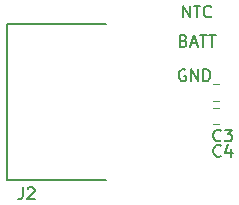
<source format=gbr>
G04 #@! TF.GenerationSoftware,KiCad,Pcbnew,(5.0.2)-1*
G04 #@! TF.CreationDate,2019-05-05T23:42:23+01:00*
G04 #@! TF.ProjectId,power-bank-upgrade,706f7765-722d-4626-916e-6b2d75706772,rev?*
G04 #@! TF.SameCoordinates,Original*
G04 #@! TF.FileFunction,Legend,Top*
G04 #@! TF.FilePolarity,Positive*
%FSLAX46Y46*%
G04 Gerber Fmt 4.6, Leading zero omitted, Abs format (unit mm)*
G04 Created by KiCad (PCBNEW (5.0.2)-1) date 05/05/2019 23:42:23*
%MOMM*%
%LPD*%
G01*
G04 APERTURE LIST*
%ADD10C,0.150000*%
%ADD11C,0.120000*%
G04 APERTURE END LIST*
D10*
G04 #@! TO.C,J2*
X20100000Y-187600000D02*
X28500000Y-187600000D01*
X20100000Y-174400000D02*
X28500000Y-174400000D01*
X20100000Y-187600000D02*
X20100000Y-174400000D01*
D11*
G04 #@! TO.C,C3*
X37541422Y-179490000D02*
X38058578Y-179490000D01*
X37541422Y-180910000D02*
X38058578Y-180910000D01*
G04 #@! TO.C,C4*
X37603922Y-181490000D02*
X38121078Y-181490000D01*
X37603922Y-182910000D02*
X38121078Y-182910000D01*
G04 #@! TO.C,GND*
D10*
X35238095Y-178300000D02*
X35142857Y-178252380D01*
X35000000Y-178252380D01*
X34857142Y-178300000D01*
X34761904Y-178395238D01*
X34714285Y-178490476D01*
X34666666Y-178680952D01*
X34666666Y-178823809D01*
X34714285Y-179014285D01*
X34761904Y-179109523D01*
X34857142Y-179204761D01*
X35000000Y-179252380D01*
X35095238Y-179252380D01*
X35238095Y-179204761D01*
X35285714Y-179157142D01*
X35285714Y-178823809D01*
X35095238Y-178823809D01*
X35714285Y-179252380D02*
X35714285Y-178252380D01*
X36285714Y-179252380D01*
X36285714Y-178252380D01*
X36761904Y-179252380D02*
X36761904Y-178252380D01*
X37000000Y-178252380D01*
X37142857Y-178300000D01*
X37238095Y-178395238D01*
X37285714Y-178490476D01*
X37333333Y-178680952D01*
X37333333Y-178823809D01*
X37285714Y-179014285D01*
X37238095Y-179109523D01*
X37142857Y-179204761D01*
X37000000Y-179252380D01*
X36761904Y-179252380D01*
G04 #@! TO.C,BATT*
X35080952Y-175828571D02*
X35223809Y-175876190D01*
X35271428Y-175923809D01*
X35319047Y-176019047D01*
X35319047Y-176161904D01*
X35271428Y-176257142D01*
X35223809Y-176304761D01*
X35128571Y-176352380D01*
X34747619Y-176352380D01*
X34747619Y-175352380D01*
X35080952Y-175352380D01*
X35176190Y-175400000D01*
X35223809Y-175447619D01*
X35271428Y-175542857D01*
X35271428Y-175638095D01*
X35223809Y-175733333D01*
X35176190Y-175780952D01*
X35080952Y-175828571D01*
X34747619Y-175828571D01*
X35700000Y-176066666D02*
X36176190Y-176066666D01*
X35604761Y-176352380D02*
X35938095Y-175352380D01*
X36271428Y-176352380D01*
X36461904Y-175352380D02*
X37033333Y-175352380D01*
X36747619Y-176352380D02*
X36747619Y-175352380D01*
X37223809Y-175352380D02*
X37795238Y-175352380D01*
X37509523Y-176352380D02*
X37509523Y-175352380D01*
G04 #@! TO.C,NTC*
X35033333Y-173852380D02*
X35033333Y-172852380D01*
X35604761Y-173852380D01*
X35604761Y-172852380D01*
X35938095Y-172852380D02*
X36509523Y-172852380D01*
X36223809Y-173852380D02*
X36223809Y-172852380D01*
X37414285Y-173757142D02*
X37366666Y-173804761D01*
X37223809Y-173852380D01*
X37128571Y-173852380D01*
X36985714Y-173804761D01*
X36890476Y-173709523D01*
X36842857Y-173614285D01*
X36795238Y-173423809D01*
X36795238Y-173280952D01*
X36842857Y-173090476D01*
X36890476Y-172995238D01*
X36985714Y-172900000D01*
X37128571Y-172852380D01*
X37223809Y-172852380D01*
X37366666Y-172900000D01*
X37414285Y-172947619D01*
G04 #@! TO.C,J2*
X21466666Y-188252380D02*
X21466666Y-188966666D01*
X21419047Y-189109523D01*
X21323809Y-189204761D01*
X21180952Y-189252380D01*
X21085714Y-189252380D01*
X21895238Y-188347619D02*
X21942857Y-188300000D01*
X22038095Y-188252380D01*
X22276190Y-188252380D01*
X22371428Y-188300000D01*
X22419047Y-188347619D01*
X22466666Y-188442857D01*
X22466666Y-188538095D01*
X22419047Y-188680952D01*
X21847619Y-189252380D01*
X22466666Y-189252380D01*
G04 #@! TO.C,C3*
X38233333Y-184257142D02*
X38185714Y-184304761D01*
X38042857Y-184352380D01*
X37947619Y-184352380D01*
X37804761Y-184304761D01*
X37709523Y-184209523D01*
X37661904Y-184114285D01*
X37614285Y-183923809D01*
X37614285Y-183780952D01*
X37661904Y-183590476D01*
X37709523Y-183495238D01*
X37804761Y-183400000D01*
X37947619Y-183352380D01*
X38042857Y-183352380D01*
X38185714Y-183400000D01*
X38233333Y-183447619D01*
X38566666Y-183352380D02*
X39185714Y-183352380D01*
X38852380Y-183733333D01*
X38995238Y-183733333D01*
X39090476Y-183780952D01*
X39138095Y-183828571D01*
X39185714Y-183923809D01*
X39185714Y-184161904D01*
X39138095Y-184257142D01*
X39090476Y-184304761D01*
X38995238Y-184352380D01*
X38709523Y-184352380D01*
X38614285Y-184304761D01*
X38566666Y-184257142D01*
G04 #@! TO.C,C4*
X38233333Y-185557142D02*
X38185714Y-185604761D01*
X38042857Y-185652380D01*
X37947619Y-185652380D01*
X37804761Y-185604761D01*
X37709523Y-185509523D01*
X37661904Y-185414285D01*
X37614285Y-185223809D01*
X37614285Y-185080952D01*
X37661904Y-184890476D01*
X37709523Y-184795238D01*
X37804761Y-184700000D01*
X37947619Y-184652380D01*
X38042857Y-184652380D01*
X38185714Y-184700000D01*
X38233333Y-184747619D01*
X39090476Y-184985714D02*
X39090476Y-185652380D01*
X38852380Y-184604761D02*
X38614285Y-185319047D01*
X39233333Y-185319047D01*
G04 #@! TD*
M02*

</source>
